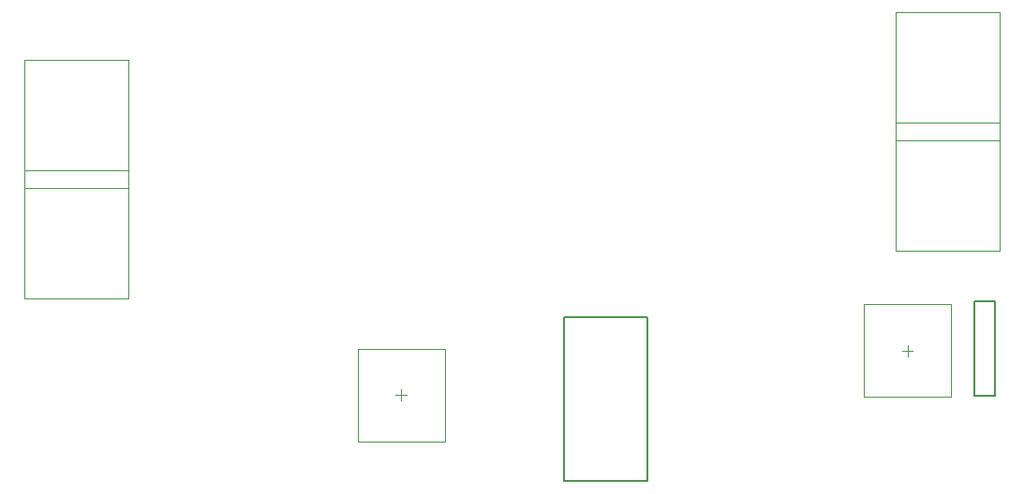
<source format=gbr>
%TF.GenerationSoftware,Altium Limited,Altium Designer,21.6.4 (81)*%
G04 Layer_Color=16711935*
%FSLAX43Y43*%
%MOMM*%
%TF.SameCoordinates,3FCC9EDD-E33D-4AE7-AC82-89E58AA9E509*%
%TF.FilePolarity,Positive*%
%TF.FileFunction,Other,Top_Courtyard*%
%TF.Part,Single*%
G01*
G75*
%TA.AperFunction,NonConductor*%
%ADD85C,0.200*%
%ADD167C,0.050*%
D85*
X50065Y15144D02*
X57565D01*
X50065Y344D02*
Y15144D01*
Y344D02*
X57565D01*
Y15144D01*
X87086Y8044D02*
Y16594D01*
X88986D01*
Y8044D02*
Y16594D01*
X87086Y8044D02*
X88986D01*
D167*
X10700Y16871D02*
Y28471D01*
X1300Y16871D02*
X10700D01*
X1300D02*
Y28471D01*
X10700D01*
X31381Y3944D02*
Y12344D01*
X39281D01*
Y3944D02*
Y12344D01*
X31381Y3944D02*
X39281D01*
X34831Y8144D02*
X35831D01*
X35331Y7644D02*
Y8644D01*
X81077Y11667D02*
Y12667D01*
X80577Y12167D02*
X81577D01*
X77127Y16367D02*
X85027D01*
X77127Y7967D02*
Y16367D01*
Y7967D02*
X85027D01*
Y16367D01*
X1300Y38475D02*
X10700D01*
X1300Y26875D02*
Y38475D01*
Y26875D02*
X10700D01*
Y38475D01*
X80034Y31197D02*
Y42797D01*
X89434D01*
Y31197D02*
Y42797D01*
X80034Y31197D02*
X89434D01*
X80034Y21215D02*
Y32815D01*
X89434D01*
Y21215D02*
Y32815D01*
X80034Y21215D02*
X89434D01*
%TF.MD5,5f9e40679548bdd7d7168f22fb5a1b3d*%
M02*

</source>
